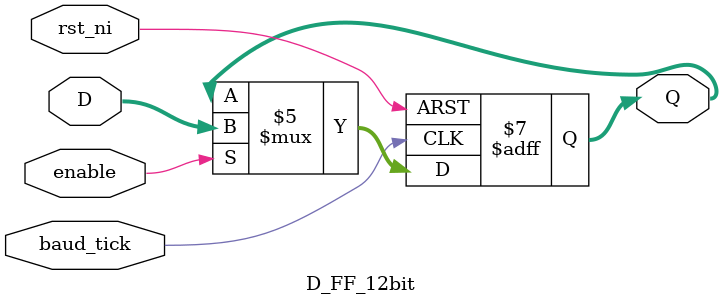
<source format=sv>
module D_FF_12bit					// used only for APB UART
(	
	// INPUT LOGIC CONFIGURATION
	
	//------------------CPU INPUT------------------------//
	input  logic        		   rst_ni,
	//---------------------------------------------------//
	//--------------BAUD RATE GEN INPUT------------------//
	input  logic       		   baud_tick,
	//------------------TX FSM INPUT---------------------//
	input  logic        		   enable, 	
	//---------------------------------------------------//
	//-----------------TX FIFO INPUT---------------------//
	input  logic 	[ 11 : 0] 	D,
	//---------------------------------------------------//
	
	//OUTPUT LOGIC ASSIGNMENT
	
	//------------------UART RETURN----------------------//
	output reg 		[ 11 : 0] 	Q
	//---------------------------------------------------//
);
	always_ff @(posedge baud_tick or negedge rst_ni) begin
		if(!rst_ni) begin
			Q  <= 12'b0;
		end
		else begin
			if (!enable) begin		   // if the running process is on transfer
				Q  <= Q;
			end	
			else							// if the TX FSM send back to enable continue index ptr for write to UART Slave
				Q  <= D;
		end
	end
endmodule

</source>
